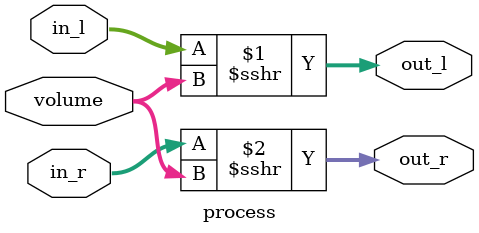
<source format=v>
`timescale 1ns / 1ps

module process(
    input signed[23:0] in_l,
    input signed[23:0] in_r,
    output signed[23:0] out_l,
    output signed[23:0] out_r,
    input[7:0] volume
);

    /* most csak loopback */
    assign out_l=in_l>>>volume;
    assign out_r=in_r>>>volume;

endmodule

</source>
